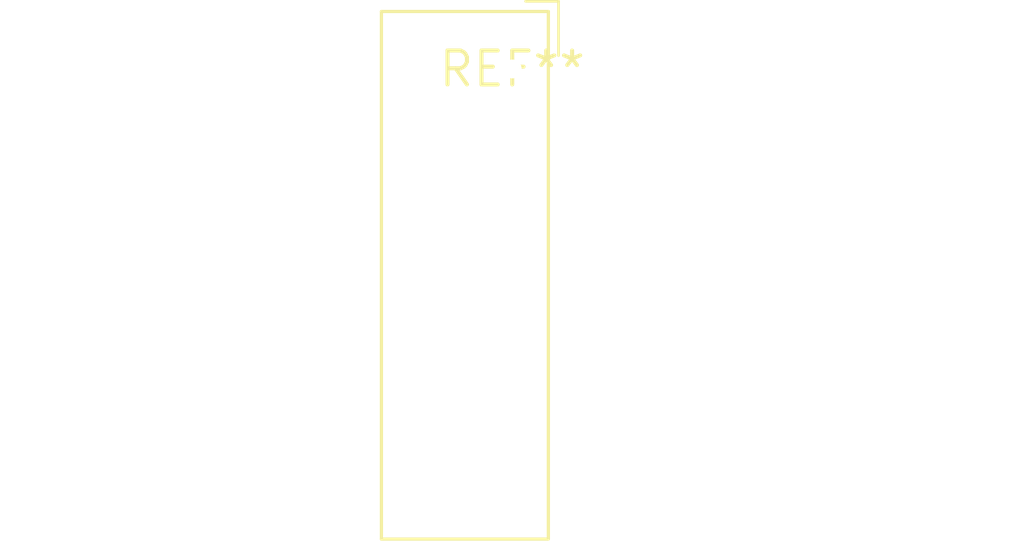
<source format=kicad_pcb>
(kicad_pcb (version 20240108) (generator pcbnew)
  (layers (0 "F.Cu" signal) (31 "B.Cu" signal) (34 "B.Paste" user) (35 "F.Paste" user) (36 "B.SilkS" user "B.Silkscreen") (37 "F.SilkS" user "F.Silkscreen") (38 "B.Mask" user) (39 "F.Mask" user) (44 "Edge.Cuts" user))
  (net 0 "")
  (footprint "Converter_DCDC_Murata_NMAxxxxSC_THT" (layer "F.Cu") (at 0 0)
    (property "Reference" "REF**")
    (property "Value" "Converter_DCDC_Murata_NMAxxxxSC_THT")
    (fp_line (start -4.89 -2.15) (end -4.89 17.59) (layer "F.SilkS") (stroke (width 0.12)))
    (fp_line (start -4.89 17.59) (end 1.33 17.59) (layer "F.SilkS") (stroke (width 0.12)))
    (fp_line (start 1.35 -2.15) (end -4.89 -2.15) (layer "F.SilkS") (stroke (width 0.12)))
    (fp_line (start 1.35 17.59) (end 1.35 -2.15) (layer "F.SilkS") (stroke (width 0.12)))
    (fp_line (start 1.73 -2.53) (end 0.5 -2.53) (layer "F.SilkS") (stroke (width 0.1)))
    (fp_line (start 1.73 -2.53) (end 1.73 -0.5) (layer "F.SilkS") (stroke (width 0.1)))
    (pad "1" thru_hole rect (at 0 0) (size 1.5 1.5) (drill 0.7) (layers *.Cu *.Mask) (remove_unused_layers))
    (pad "2" thru_hole oval (at 0 2.54) (size 1.5 1.5) (drill 0.7) (layers *.Cu *.Mask) (remove_unused_layers))
    (pad "4" thru_hole oval (at 0 7.62) (size 1.5 1.5) (drill 0.7) (layers *.Cu *.Mask) (remove_unused_layers))
    (pad "5" thru_hole oval (at 0 10.16) (size 1.5 1.5) (drill 0.7) (layers *.Cu *.Mask) (remove_unused_layers))
    (pad "6" thru_hole oval (at 0 12.7) (size 1.5 1.5) (drill 0.7) (layers *.Cu *.Mask) (remove_unused_layers))
  )
)
</source>
